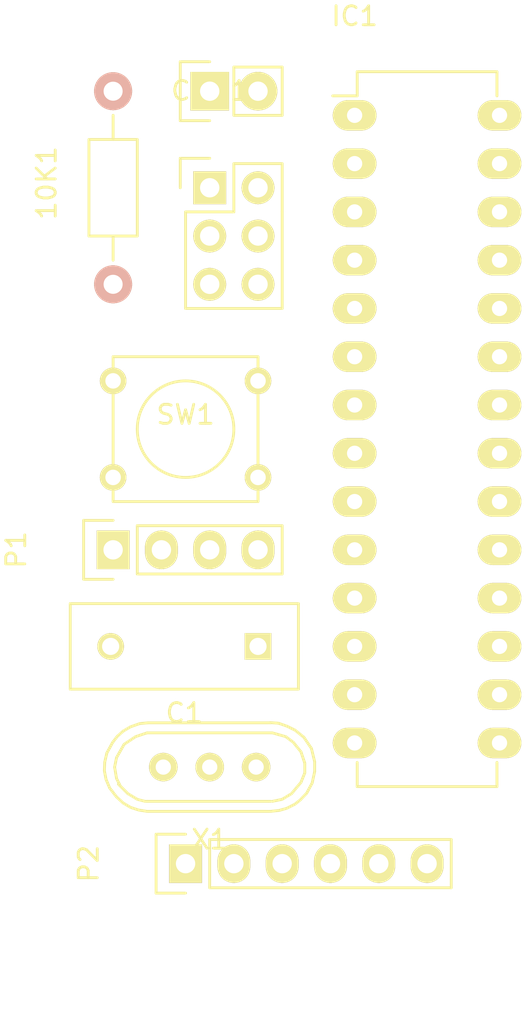
<source format=kicad_pcb>
(kicad_pcb (version 4) (host pcbnew 4.0.3-stable)

  (general
    (links 31)
    (no_connects 31)
    (area 148.59 93.98 177.8 148.59)
    (thickness 1.6)
    (drawings 0)
    (tracks 0)
    (zones 0)
    (modules 9)
    (nets 27)
  )

  (page A4)
  (layers
    (0 F.Cu signal)
    (31 B.Cu signal)
    (32 B.Adhes user)
    (33 F.Adhes user)
    (34 B.Paste user)
    (35 F.Paste user)
    (36 B.SilkS user)
    (37 F.SilkS user)
    (38 B.Mask user)
    (39 F.Mask user)
    (40 Dwgs.User user)
    (41 Cmts.User user)
    (42 Eco1.User user)
    (43 Eco2.User user)
    (44 Edge.Cuts user)
    (45 Margin user)
    (46 B.CrtYd user)
    (47 F.CrtYd user)
    (48 B.Fab user)
    (49 F.Fab user)
  )

  (setup
    (last_trace_width 0.25)
    (trace_clearance 0.2)
    (zone_clearance 0.508)
    (zone_45_only no)
    (trace_min 0.2)
    (segment_width 0.2)
    (edge_width 0.15)
    (via_size 0.6)
    (via_drill 0.4)
    (via_min_size 0.4)
    (via_min_drill 0.3)
    (uvia_size 0.3)
    (uvia_drill 0.1)
    (uvias_allowed no)
    (uvia_min_size 0.2)
    (uvia_min_drill 0.1)
    (pcb_text_width 0.3)
    (pcb_text_size 1.5 1.5)
    (mod_edge_width 0.15)
    (mod_text_size 1 1)
    (mod_text_width 0.15)
    (pad_size 1.524 1.524)
    (pad_drill 0.762)
    (pad_to_mask_clearance 0.2)
    (aux_axis_origin 0 0)
    (visible_elements FFFFFF7F)
    (pcbplotparams
      (layerselection 0x00030_80000001)
      (usegerberextensions false)
      (excludeedgelayer true)
      (linewidth 0.100000)
      (plotframeref false)
      (viasonmask false)
      (mode 1)
      (useauxorigin false)
      (hpglpennumber 1)
      (hpglpenspeed 20)
      (hpglpendiameter 15)
      (hpglpenoverlay 2)
      (psnegative false)
      (psa4output false)
      (plotreference true)
      (plotvalue true)
      (plotinvisibletext false)
      (padsonsilk false)
      (subtractmaskfromsilk false)
      (outputformat 1)
      (mirror false)
      (drillshape 1)
      (scaleselection 1)
      (outputdirectory ""))
  )

  (net 0 "")
  (net 1 +BATT)
  (net 2 "Net-(10K1-Pad2)")
  (net 3 GND)
  (net 4 "Net-(CON1-Pad1)")
  (net 5 "Net-(CON1-Pad3)")
  (net 6 "Net-(IC1-Pad2)")
  (net 7 "Net-(IC1-Pad3)")
  (net 8 "Net-(IC1-Pad4)")
  (net 9 "Net-(IC1-Pad5)")
  (net 10 "Net-(IC1-Pad6)")
  (net 11 "Net-(IC1-Pad9)")
  (net 12 "Net-(IC1-Pad10)")
  (net 13 "Net-(IC1-Pad11)")
  (net 14 "Net-(IC1-Pad12)")
  (net 15 "Net-(IC1-Pad13)")
  (net 16 "Net-(IC1-Pad14)")
  (net 17 "Net-(IC1-Pad15)")
  (net 18 "Net-(IC1-Pad16)")
  (net 19 "Net-(IC1-Pad17)")
  (net 20 "Net-(IC1-Pad23)")
  (net 21 "Net-(IC1-Pad24)")
  (net 22 "Net-(IC1-Pad25)")
  (net 23 "Net-(IC1-Pad26)")
  (net 24 "Net-(IC1-Pad27)")
  (net 25 "Net-(IC1-Pad28)")
  (net 26 "Net-(P1-Pad3)")

  (net_class Default "This is the default net class."
    (clearance 0.2)
    (trace_width 0.25)
    (via_dia 0.6)
    (via_drill 0.4)
    (uvia_dia 0.3)
    (uvia_drill 0.1)
    (add_net +BATT)
    (add_net GND)
    (add_net "Net-(10K1-Pad2)")
    (add_net "Net-(CON1-Pad1)")
    (add_net "Net-(CON1-Pad3)")
    (add_net "Net-(IC1-Pad10)")
    (add_net "Net-(IC1-Pad11)")
    (add_net "Net-(IC1-Pad12)")
    (add_net "Net-(IC1-Pad13)")
    (add_net "Net-(IC1-Pad14)")
    (add_net "Net-(IC1-Pad15)")
    (add_net "Net-(IC1-Pad16)")
    (add_net "Net-(IC1-Pad17)")
    (add_net "Net-(IC1-Pad2)")
    (add_net "Net-(IC1-Pad23)")
    (add_net "Net-(IC1-Pad24)")
    (add_net "Net-(IC1-Pad25)")
    (add_net "Net-(IC1-Pad26)")
    (add_net "Net-(IC1-Pad27)")
    (add_net "Net-(IC1-Pad28)")
    (add_net "Net-(IC1-Pad3)")
    (add_net "Net-(IC1-Pad4)")
    (add_net "Net-(IC1-Pad5)")
    (add_net "Net-(IC1-Pad6)")
    (add_net "Net-(IC1-Pad9)")
    (add_net "Net-(P1-Pad3)")
  )

  (module Resistors_ThroughHole:Resistor_Horizontal_RM10mm (layer F.Cu) (tedit 56648415) (tstamp 57BA8D91)
    (at 154.94 109.22 90)
    (descr "Resistor, Axial,  RM 10mm, 1/3W")
    (tags "Resistor Axial RM 10mm 1/3W")
    (path /57B92F02)
    (fp_text reference 10K1 (at 5.32892 -3.50012 90) (layer F.SilkS)
      (effects (font (size 1 1) (thickness 0.15)))
    )
    (fp_text value R (at 5.08 3.81 90) (layer F.Fab)
      (effects (font (size 1 1) (thickness 0.15)))
    )
    (fp_line (start -1.25 -1.5) (end 11.4 -1.5) (layer F.CrtYd) (width 0.05))
    (fp_line (start -1.25 1.5) (end -1.25 -1.5) (layer F.CrtYd) (width 0.05))
    (fp_line (start 11.4 -1.5) (end 11.4 1.5) (layer F.CrtYd) (width 0.05))
    (fp_line (start -1.25 1.5) (end 11.4 1.5) (layer F.CrtYd) (width 0.05))
    (fp_line (start 2.54 -1.27) (end 7.62 -1.27) (layer F.SilkS) (width 0.15))
    (fp_line (start 7.62 -1.27) (end 7.62 1.27) (layer F.SilkS) (width 0.15))
    (fp_line (start 7.62 1.27) (end 2.54 1.27) (layer F.SilkS) (width 0.15))
    (fp_line (start 2.54 1.27) (end 2.54 -1.27) (layer F.SilkS) (width 0.15))
    (fp_line (start 2.54 0) (end 1.27 0) (layer F.SilkS) (width 0.15))
    (fp_line (start 7.62 0) (end 8.89 0) (layer F.SilkS) (width 0.15))
    (pad 1 thru_hole circle (at 0 0 90) (size 1.99898 1.99898) (drill 1.00076) (layers *.Cu *.SilkS *.Mask)
      (net 1 +BATT))
    (pad 2 thru_hole circle (at 10.16 0 90) (size 1.99898 1.99898) (drill 1.00076) (layers *.Cu *.SilkS *.Mask)
      (net 2 "Net-(10K1-Pad2)"))
    (model Resistors_ThroughHole.3dshapes/Resistor_Horizontal_RM10mm.wrl
      (at (xyz 0.2 0 0))
      (scale (xyz 0.4 0.4 0.4))
      (rotate (xyz 0 0 0))
    )
  )

  (module Capacitors_ThroughHole:C_Disc_D12_P7.75 (layer F.Cu) (tedit 0) (tstamp 57BA8D9F)
    (at 162.56 128.27 180)
    (descr "Capacitor 12mm Disc, Pitch 7.75mm")
    (tags Capacitor)
    (path /57B92DC8)
    (fp_text reference C1 (at 3.875 -3.5 180) (layer F.SilkS)
      (effects (font (size 1 1) (thickness 0.15)))
    )
    (fp_text value 0.1u (at 3.875 3.5 180) (layer F.Fab)
      (effects (font (size 1 1) (thickness 0.15)))
    )
    (fp_line (start -2.375 -2.5) (end 10.125 -2.5) (layer F.CrtYd) (width 0.05))
    (fp_line (start 10.125 -2.5) (end 10.125 2.5) (layer F.CrtYd) (width 0.05))
    (fp_line (start 10.125 2.5) (end -2.375 2.5) (layer F.CrtYd) (width 0.05))
    (fp_line (start -2.375 2.5) (end -2.375 -2.5) (layer F.CrtYd) (width 0.05))
    (fp_line (start -2.125 -2.25) (end 9.875 -2.25) (layer F.SilkS) (width 0.15))
    (fp_line (start 9.875 -2.25) (end 9.875 2.25) (layer F.SilkS) (width 0.15))
    (fp_line (start 9.875 2.25) (end -2.125 2.25) (layer F.SilkS) (width 0.15))
    (fp_line (start -2.125 2.25) (end -2.125 -2.25) (layer F.SilkS) (width 0.15))
    (pad 1 thru_hole rect (at 0 0 180) (size 1.4 1.4) (drill 0.9) (layers *.Cu *.Mask F.SilkS)
      (net 1 +BATT))
    (pad 2 thru_hole circle (at 7.75 0 180) (size 1.4 1.4) (drill 0.9) (layers *.Cu *.Mask F.SilkS)
      (net 3 GND))
    (model Capacitors_ThroughHole.3dshapes/C_Disc_D12_P7.75.wrl
      (at (xyz 0.15255906 0 0))
      (scale (xyz 1 1 1))
      (rotate (xyz 0 0 0))
    )
  )

  (module Pin_Headers:Pin_Header_Straight_2x03 (layer F.Cu) (tedit 54EA0A4B) (tstamp 57BA8DB6)
    (at 160.02 104.14)
    (descr "Through hole pin header")
    (tags "pin header")
    (path /57BA7BDB)
    (fp_text reference CON1 (at 0 -5.1) (layer F.SilkS)
      (effects (font (size 1 1) (thickness 0.15)))
    )
    (fp_text value AVR-ISP-6 (at 0 -3.1) (layer F.Fab)
      (effects (font (size 1 1) (thickness 0.15)))
    )
    (fp_line (start -1.27 1.27) (end -1.27 6.35) (layer F.SilkS) (width 0.15))
    (fp_line (start -1.55 -1.55) (end 0 -1.55) (layer F.SilkS) (width 0.15))
    (fp_line (start -1.75 -1.75) (end -1.75 6.85) (layer F.CrtYd) (width 0.05))
    (fp_line (start 4.3 -1.75) (end 4.3 6.85) (layer F.CrtYd) (width 0.05))
    (fp_line (start -1.75 -1.75) (end 4.3 -1.75) (layer F.CrtYd) (width 0.05))
    (fp_line (start -1.75 6.85) (end 4.3 6.85) (layer F.CrtYd) (width 0.05))
    (fp_line (start 1.27 -1.27) (end 1.27 1.27) (layer F.SilkS) (width 0.15))
    (fp_line (start 1.27 1.27) (end -1.27 1.27) (layer F.SilkS) (width 0.15))
    (fp_line (start -1.27 6.35) (end 3.81 6.35) (layer F.SilkS) (width 0.15))
    (fp_line (start 3.81 6.35) (end 3.81 1.27) (layer F.SilkS) (width 0.15))
    (fp_line (start -1.55 -1.55) (end -1.55 0) (layer F.SilkS) (width 0.15))
    (fp_line (start 3.81 -1.27) (end 1.27 -1.27) (layer F.SilkS) (width 0.15))
    (fp_line (start 3.81 1.27) (end 3.81 -1.27) (layer F.SilkS) (width 0.15))
    (pad 1 thru_hole rect (at 0 0) (size 1.7272 1.7272) (drill 1.016) (layers *.Cu *.Mask F.SilkS)
      (net 4 "Net-(CON1-Pad1)"))
    (pad 2 thru_hole oval (at 2.54 0) (size 1.7272 1.7272) (drill 1.016) (layers *.Cu *.Mask F.SilkS)
      (net 1 +BATT))
    (pad 3 thru_hole oval (at 0 2.54) (size 1.7272 1.7272) (drill 1.016) (layers *.Cu *.Mask F.SilkS)
      (net 5 "Net-(CON1-Pad3)"))
    (pad 4 thru_hole oval (at 2.54 2.54) (size 1.7272 1.7272) (drill 1.016) (layers *.Cu *.Mask F.SilkS)
      (net 5 "Net-(CON1-Pad3)"))
    (pad 5 thru_hole oval (at 0 5.08) (size 1.7272 1.7272) (drill 1.016) (layers *.Cu *.Mask F.SilkS)
      (net 2 "Net-(10K1-Pad2)"))
    (pad 6 thru_hole oval (at 2.54 5.08) (size 1.7272 1.7272) (drill 1.016) (layers *.Cu *.Mask F.SilkS)
      (net 3 GND))
    (model Pin_Headers.3dshapes/Pin_Header_Straight_2x03.wrl
      (at (xyz 0.05 -0.1 0))
      (scale (xyz 1 1 1))
      (rotate (xyz 0 0 90))
    )
  )

  (module Housings_DIP:DIP-28_W7.62mm_LongPads (layer F.Cu) (tedit 54130A77) (tstamp 57BA8DE1)
    (at 167.64 100.33)
    (descr "28-lead dip package, row spacing 7.62 mm (300 mils), longer pads")
    (tags "dil dip 2.54 300")
    (path /57B924F8)
    (fp_text reference IC1 (at 0 -5.22) (layer F.SilkS)
      (effects (font (size 1 1) (thickness 0.15)))
    )
    (fp_text value ATMEGA328-P (at 0 -3.72) (layer F.Fab)
      (effects (font (size 1 1) (thickness 0.15)))
    )
    (fp_line (start -1.4 -2.45) (end -1.4 35.5) (layer F.CrtYd) (width 0.05))
    (fp_line (start 9 -2.45) (end 9 35.5) (layer F.CrtYd) (width 0.05))
    (fp_line (start -1.4 -2.45) (end 9 -2.45) (layer F.CrtYd) (width 0.05))
    (fp_line (start -1.4 35.5) (end 9 35.5) (layer F.CrtYd) (width 0.05))
    (fp_line (start 0.135 -2.295) (end 0.135 -1.025) (layer F.SilkS) (width 0.15))
    (fp_line (start 7.485 -2.295) (end 7.485 -1.025) (layer F.SilkS) (width 0.15))
    (fp_line (start 7.485 35.315) (end 7.485 34.045) (layer F.SilkS) (width 0.15))
    (fp_line (start 0.135 35.315) (end 0.135 34.045) (layer F.SilkS) (width 0.15))
    (fp_line (start 0.135 -2.295) (end 7.485 -2.295) (layer F.SilkS) (width 0.15))
    (fp_line (start 0.135 35.315) (end 7.485 35.315) (layer F.SilkS) (width 0.15))
    (fp_line (start 0.135 -1.025) (end -1.15 -1.025) (layer F.SilkS) (width 0.15))
    (pad 1 thru_hole oval (at 0 0) (size 2.3 1.6) (drill 0.8) (layers *.Cu *.Mask F.SilkS)
      (net 2 "Net-(10K1-Pad2)"))
    (pad 2 thru_hole oval (at 0 2.54) (size 2.3 1.6) (drill 0.8) (layers *.Cu *.Mask F.SilkS)
      (net 6 "Net-(IC1-Pad2)"))
    (pad 3 thru_hole oval (at 0 5.08) (size 2.3 1.6) (drill 0.8) (layers *.Cu *.Mask F.SilkS)
      (net 7 "Net-(IC1-Pad3)"))
    (pad 4 thru_hole oval (at 0 7.62) (size 2.3 1.6) (drill 0.8) (layers *.Cu *.Mask F.SilkS)
      (net 8 "Net-(IC1-Pad4)"))
    (pad 5 thru_hole oval (at 0 10.16) (size 2.3 1.6) (drill 0.8) (layers *.Cu *.Mask F.SilkS)
      (net 9 "Net-(IC1-Pad5)"))
    (pad 6 thru_hole oval (at 0 12.7) (size 2.3 1.6) (drill 0.8) (layers *.Cu *.Mask F.SilkS)
      (net 10 "Net-(IC1-Pad6)"))
    (pad 7 thru_hole oval (at 0 15.24) (size 2.3 1.6) (drill 0.8) (layers *.Cu *.Mask F.SilkS)
      (net 1 +BATT))
    (pad 8 thru_hole oval (at 0 17.78) (size 2.3 1.6) (drill 0.8) (layers *.Cu *.Mask F.SilkS)
      (net 3 GND))
    (pad 9 thru_hole oval (at 0 20.32) (size 2.3 1.6) (drill 0.8) (layers *.Cu *.Mask F.SilkS)
      (net 11 "Net-(IC1-Pad9)"))
    (pad 10 thru_hole oval (at 0 22.86) (size 2.3 1.6) (drill 0.8) (layers *.Cu *.Mask F.SilkS)
      (net 12 "Net-(IC1-Pad10)"))
    (pad 11 thru_hole oval (at 0 25.4) (size 2.3 1.6) (drill 0.8) (layers *.Cu *.Mask F.SilkS)
      (net 13 "Net-(IC1-Pad11)"))
    (pad 12 thru_hole oval (at 0 27.94) (size 2.3 1.6) (drill 0.8) (layers *.Cu *.Mask F.SilkS)
      (net 14 "Net-(IC1-Pad12)"))
    (pad 13 thru_hole oval (at 0 30.48) (size 2.3 1.6) (drill 0.8) (layers *.Cu *.Mask F.SilkS)
      (net 15 "Net-(IC1-Pad13)"))
    (pad 14 thru_hole oval (at 0 33.02) (size 2.3 1.6) (drill 0.8) (layers *.Cu *.Mask F.SilkS)
      (net 16 "Net-(IC1-Pad14)"))
    (pad 15 thru_hole oval (at 7.62 33.02) (size 2.3 1.6) (drill 0.8) (layers *.Cu *.Mask F.SilkS)
      (net 17 "Net-(IC1-Pad15)"))
    (pad 16 thru_hole oval (at 7.62 30.48) (size 2.3 1.6) (drill 0.8) (layers *.Cu *.Mask F.SilkS)
      (net 18 "Net-(IC1-Pad16)"))
    (pad 17 thru_hole oval (at 7.62 27.94) (size 2.3 1.6) (drill 0.8) (layers *.Cu *.Mask F.SilkS)
      (net 19 "Net-(IC1-Pad17)"))
    (pad 18 thru_hole oval (at 7.62 25.4) (size 2.3 1.6) (drill 0.8) (layers *.Cu *.Mask F.SilkS)
      (net 4 "Net-(CON1-Pad1)"))
    (pad 19 thru_hole oval (at 7.62 22.86) (size 2.3 1.6) (drill 0.8) (layers *.Cu *.Mask F.SilkS)
      (net 5 "Net-(CON1-Pad3)"))
    (pad 20 thru_hole oval (at 7.62 20.32) (size 2.3 1.6) (drill 0.8) (layers *.Cu *.Mask F.SilkS)
      (net 1 +BATT))
    (pad 21 thru_hole oval (at 7.62 17.78) (size 2.3 1.6) (drill 0.8) (layers *.Cu *.Mask F.SilkS)
      (net 1 +BATT))
    (pad 22 thru_hole oval (at 7.62 15.24) (size 2.3 1.6) (drill 0.8) (layers *.Cu *.Mask F.SilkS)
      (net 3 GND))
    (pad 23 thru_hole oval (at 7.62 12.7) (size 2.3 1.6) (drill 0.8) (layers *.Cu *.Mask F.SilkS)
      (net 20 "Net-(IC1-Pad23)"))
    (pad 24 thru_hole oval (at 7.62 10.16) (size 2.3 1.6) (drill 0.8) (layers *.Cu *.Mask F.SilkS)
      (net 21 "Net-(IC1-Pad24)"))
    (pad 25 thru_hole oval (at 7.62 7.62) (size 2.3 1.6) (drill 0.8) (layers *.Cu *.Mask F.SilkS)
      (net 22 "Net-(IC1-Pad25)"))
    (pad 26 thru_hole oval (at 7.62 5.08) (size 2.3 1.6) (drill 0.8) (layers *.Cu *.Mask F.SilkS)
      (net 23 "Net-(IC1-Pad26)"))
    (pad 27 thru_hole oval (at 7.62 2.54) (size 2.3 1.6) (drill 0.8) (layers *.Cu *.Mask F.SilkS)
      (net 24 "Net-(IC1-Pad27)"))
    (pad 28 thru_hole oval (at 7.62 0) (size 2.3 1.6) (drill 0.8) (layers *.Cu *.Mask F.SilkS)
      (net 25 "Net-(IC1-Pad28)"))
    (model Housings_DIP.3dshapes/DIP-28_W7.62mm_LongPads.wrl
      (at (xyz 0 0 0))
      (scale (xyz 1 1 1))
      (rotate (xyz 0 0 0))
    )
  )

  (module Pin_Headers:Pin_Header_Straight_1x04 (layer F.Cu) (tedit 0) (tstamp 57BA8DF4)
    (at 154.94 123.19 90)
    (descr "Through hole pin header")
    (tags "pin header")
    (path /57B92C0F)
    (fp_text reference P1 (at 0 -5.1 90) (layer F.SilkS)
      (effects (font (size 1 1) (thickness 0.15)))
    )
    (fp_text value GPS_NMEA (at 0 -3.1 90) (layer F.Fab)
      (effects (font (size 1 1) (thickness 0.15)))
    )
    (fp_line (start -1.75 -1.75) (end -1.75 9.4) (layer F.CrtYd) (width 0.05))
    (fp_line (start 1.75 -1.75) (end 1.75 9.4) (layer F.CrtYd) (width 0.05))
    (fp_line (start -1.75 -1.75) (end 1.75 -1.75) (layer F.CrtYd) (width 0.05))
    (fp_line (start -1.75 9.4) (end 1.75 9.4) (layer F.CrtYd) (width 0.05))
    (fp_line (start -1.27 1.27) (end -1.27 8.89) (layer F.SilkS) (width 0.15))
    (fp_line (start 1.27 1.27) (end 1.27 8.89) (layer F.SilkS) (width 0.15))
    (fp_line (start 1.55 -1.55) (end 1.55 0) (layer F.SilkS) (width 0.15))
    (fp_line (start -1.27 8.89) (end 1.27 8.89) (layer F.SilkS) (width 0.15))
    (fp_line (start 1.27 1.27) (end -1.27 1.27) (layer F.SilkS) (width 0.15))
    (fp_line (start -1.55 0) (end -1.55 -1.55) (layer F.SilkS) (width 0.15))
    (fp_line (start -1.55 -1.55) (end 1.55 -1.55) (layer F.SilkS) (width 0.15))
    (pad 1 thru_hole rect (at 0 0 90) (size 2.032 1.7272) (drill 1.016) (layers *.Cu *.Mask F.SilkS)
      (net 1 +BATT))
    (pad 2 thru_hole oval (at 0 2.54 90) (size 2.032 1.7272) (drill 1.016) (layers *.Cu *.Mask F.SilkS)
      (net 17 "Net-(IC1-Pad15)"))
    (pad 3 thru_hole oval (at 0 5.08 90) (size 2.032 1.7272) (drill 1.016) (layers *.Cu *.Mask F.SilkS)
      (net 26 "Net-(P1-Pad3)"))
    (pad 4 thru_hole oval (at 0 7.62 90) (size 2.032 1.7272) (drill 1.016) (layers *.Cu *.Mask F.SilkS)
      (net 3 GND))
    (model Pin_Headers.3dshapes/Pin_Header_Straight_1x04.wrl
      (at (xyz 0 -0.15 0))
      (scale (xyz 1 1 1))
      (rotate (xyz 0 0 90))
    )
  )

  (module Pin_Headers:Pin_Header_Straight_1x06 (layer F.Cu) (tedit 0) (tstamp 57BA8E09)
    (at 158.75 139.7 90)
    (descr "Through hole pin header")
    (tags "pin header")
    (path /57B9272D)
    (fp_text reference P2 (at 0 -5.1 90) (layer F.SilkS)
      (effects (font (size 1 1) (thickness 0.15)))
    )
    (fp_text value "MicroSD Card Adapter" (at 0 -3.1 90) (layer F.Fab)
      (effects (font (size 1 1) (thickness 0.15)))
    )
    (fp_line (start -1.75 -1.75) (end -1.75 14.45) (layer F.CrtYd) (width 0.05))
    (fp_line (start 1.75 -1.75) (end 1.75 14.45) (layer F.CrtYd) (width 0.05))
    (fp_line (start -1.75 -1.75) (end 1.75 -1.75) (layer F.CrtYd) (width 0.05))
    (fp_line (start -1.75 14.45) (end 1.75 14.45) (layer F.CrtYd) (width 0.05))
    (fp_line (start 1.27 1.27) (end 1.27 13.97) (layer F.SilkS) (width 0.15))
    (fp_line (start 1.27 13.97) (end -1.27 13.97) (layer F.SilkS) (width 0.15))
    (fp_line (start -1.27 13.97) (end -1.27 1.27) (layer F.SilkS) (width 0.15))
    (fp_line (start 1.55 -1.55) (end 1.55 0) (layer F.SilkS) (width 0.15))
    (fp_line (start 1.27 1.27) (end -1.27 1.27) (layer F.SilkS) (width 0.15))
    (fp_line (start -1.55 0) (end -1.55 -1.55) (layer F.SilkS) (width 0.15))
    (fp_line (start -1.55 -1.55) (end 1.55 -1.55) (layer F.SilkS) (width 0.15))
    (pad 1 thru_hole rect (at 0 0 90) (size 2.032 1.7272) (drill 1.016) (layers *.Cu *.Mask F.SilkS)
      (net 18 "Net-(IC1-Pad16)"))
    (pad 2 thru_hole oval (at 0 2.54 90) (size 2.032 1.7272) (drill 1.016) (layers *.Cu *.Mask F.SilkS)
      (net 5 "Net-(CON1-Pad3)"))
    (pad 3 thru_hole oval (at 0 5.08 90) (size 2.032 1.7272) (drill 1.016) (layers *.Cu *.Mask F.SilkS)
      (net 19 "Net-(IC1-Pad17)"))
    (pad 4 thru_hole oval (at 0 7.62 90) (size 2.032 1.7272) (drill 1.016) (layers *.Cu *.Mask F.SilkS)
      (net 4 "Net-(CON1-Pad1)"))
    (pad 5 thru_hole oval (at 0 10.16 90) (size 2.032 1.7272) (drill 1.016) (layers *.Cu *.Mask F.SilkS)
      (net 1 +BATT))
    (pad 6 thru_hole oval (at 0 12.7 90) (size 2.032 1.7272) (drill 1.016) (layers *.Cu *.Mask F.SilkS)
      (net 3 GND))
    (model Pin_Headers.3dshapes/Pin_Header_Straight_1x06.wrl
      (at (xyz 0 -0.25 0))
      (scale (xyz 1 1 1))
      (rotate (xyz 0 0 90))
    )
  )

  (module Pin_Headers:Pin_Header_Straight_1x02 (layer F.Cu) (tedit 54EA090C) (tstamp 57BA8E1A)
    (at 160.02 99.06 90)
    (descr "Through hole pin header")
    (tags "pin header")
    (path /57B93DBB)
    (fp_text reference P4 (at 0 -5.1 90) (layer F.SilkS)
      (effects (font (size 1 1) (thickness 0.15)))
    )
    (fp_text value BATTERY (at 0 -3.1 90) (layer F.Fab)
      (effects (font (size 1 1) (thickness 0.15)))
    )
    (fp_line (start 1.27 1.27) (end 1.27 3.81) (layer F.SilkS) (width 0.15))
    (fp_line (start 1.55 -1.55) (end 1.55 0) (layer F.SilkS) (width 0.15))
    (fp_line (start -1.75 -1.75) (end -1.75 4.3) (layer F.CrtYd) (width 0.05))
    (fp_line (start 1.75 -1.75) (end 1.75 4.3) (layer F.CrtYd) (width 0.05))
    (fp_line (start -1.75 -1.75) (end 1.75 -1.75) (layer F.CrtYd) (width 0.05))
    (fp_line (start -1.75 4.3) (end 1.75 4.3) (layer F.CrtYd) (width 0.05))
    (fp_line (start 1.27 1.27) (end -1.27 1.27) (layer F.SilkS) (width 0.15))
    (fp_line (start -1.55 0) (end -1.55 -1.55) (layer F.SilkS) (width 0.15))
    (fp_line (start -1.55 -1.55) (end 1.55 -1.55) (layer F.SilkS) (width 0.15))
    (fp_line (start -1.27 1.27) (end -1.27 3.81) (layer F.SilkS) (width 0.15))
    (fp_line (start -1.27 3.81) (end 1.27 3.81) (layer F.SilkS) (width 0.15))
    (pad 1 thru_hole rect (at 0 0 90) (size 2.032 2.032) (drill 1.016) (layers *.Cu *.Mask F.SilkS)
      (net 1 +BATT))
    (pad 2 thru_hole oval (at 0 2.54 90) (size 2.032 2.032) (drill 1.016) (layers *.Cu *.Mask F.SilkS)
      (net 3 GND))
    (model Pin_Headers.3dshapes/Pin_Header_Straight_1x02.wrl
      (at (xyz 0 -0.05 0))
      (scale (xyz 1 1 1))
      (rotate (xyz 0 0 90))
    )
  )

  (module Buttons_Switches_ThroughHole:SW_PUSH_SMALL (layer F.Cu) (tedit 0) (tstamp 57BA8E27)
    (at 158.75 116.84)
    (path /57B93118)
    (fp_text reference SW1 (at 0 -0.762) (layer F.SilkS)
      (effects (font (size 1 1) (thickness 0.15)))
    )
    (fp_text value RESET (at 0 1.016) (layer F.Fab)
      (effects (font (size 1 1) (thickness 0.15)))
    )
    (fp_circle (center 0 0) (end 0 -2.54) (layer F.SilkS) (width 0.15))
    (fp_line (start -3.81 -3.81) (end 3.81 -3.81) (layer F.SilkS) (width 0.15))
    (fp_line (start 3.81 -3.81) (end 3.81 3.81) (layer F.SilkS) (width 0.15))
    (fp_line (start 3.81 3.81) (end -3.81 3.81) (layer F.SilkS) (width 0.15))
    (fp_line (start -3.81 -3.81) (end -3.81 3.81) (layer F.SilkS) (width 0.15))
    (pad 1 thru_hole circle (at 3.81 -2.54) (size 1.397 1.397) (drill 0.8128) (layers *.Cu *.Mask F.SilkS)
      (net 2 "Net-(10K1-Pad2)"))
    (pad 2 thru_hole circle (at 3.81 2.54) (size 1.397 1.397) (drill 0.8128) (layers *.Cu *.Mask F.SilkS)
      (net 3 GND))
    (pad 1 thru_hole circle (at -3.81 -2.54) (size 1.397 1.397) (drill 0.8128) (layers *.Cu *.Mask F.SilkS)
      (net 2 "Net-(10K1-Pad2)"))
    (pad 2 thru_hole circle (at -3.81 2.54) (size 1.397 1.397) (drill 0.8128) (layers *.Cu *.Mask F.SilkS)
      (net 3 GND))
  )

  (module Crystals:Crystal_HC49-U_Vertical_3Pin (layer F.Cu) (tedit 0) (tstamp 57BA8E61)
    (at 160.02 134.62 180)
    (descr "Crystal Quarz HC49/U vertical stehend 3 Pin")
    (tags "Crystal Quarz HC49/U vertical stehend 3 Pin")
    (path /57BA6F91)
    (fp_text reference X1 (at 0 -3.81 180) (layer F.SilkS)
      (effects (font (size 1 1) (thickness 0.15)))
    )
    (fp_text value "16Mhz XTAL" (at 0 3.81 180) (layer F.Fab)
      (effects (font (size 1 1) (thickness 0.15)))
    )
    (fp_line (start 4.699 -1.00076) (end 4.89966 -0.59944) (layer F.SilkS) (width 0.15))
    (fp_line (start 4.89966 -0.59944) (end 5.00126 0) (layer F.SilkS) (width 0.15))
    (fp_line (start 5.00126 0) (end 4.89966 0.50038) (layer F.SilkS) (width 0.15))
    (fp_line (start 4.89966 0.50038) (end 4.50088 1.19888) (layer F.SilkS) (width 0.15))
    (fp_line (start 4.50088 1.19888) (end 3.8989 1.6002) (layer F.SilkS) (width 0.15))
    (fp_line (start 3.8989 1.6002) (end 3.29946 1.80086) (layer F.SilkS) (width 0.15))
    (fp_line (start 3.29946 1.80086) (end -3.29946 1.80086) (layer F.SilkS) (width 0.15))
    (fp_line (start -3.29946 1.80086) (end -4.0005 1.6002) (layer F.SilkS) (width 0.15))
    (fp_line (start -4.0005 1.6002) (end -4.39928 1.30048) (layer F.SilkS) (width 0.15))
    (fp_line (start -4.39928 1.30048) (end -4.8006 0.8001) (layer F.SilkS) (width 0.15))
    (fp_line (start -4.8006 0.8001) (end -5.00126 0.20066) (layer F.SilkS) (width 0.15))
    (fp_line (start -5.00126 0.20066) (end -5.00126 -0.29972) (layer F.SilkS) (width 0.15))
    (fp_line (start -5.00126 -0.29972) (end -4.8006 -0.8001) (layer F.SilkS) (width 0.15))
    (fp_line (start -4.8006 -0.8001) (end -4.30022 -1.39954) (layer F.SilkS) (width 0.15))
    (fp_line (start -4.30022 -1.39954) (end -3.79984 -1.69926) (layer F.SilkS) (width 0.15))
    (fp_line (start -3.79984 -1.69926) (end -3.29946 -1.80086) (layer F.SilkS) (width 0.15))
    (fp_line (start -3.2004 -1.80086) (end 3.40106 -1.80086) (layer F.SilkS) (width 0.15))
    (fp_line (start 3.40106 -1.80086) (end 3.79984 -1.69926) (layer F.SilkS) (width 0.15))
    (fp_line (start 3.79984 -1.69926) (end 4.30022 -1.39954) (layer F.SilkS) (width 0.15))
    (fp_line (start 4.30022 -1.39954) (end 4.8006 -0.89916) (layer F.SilkS) (width 0.15))
    (fp_line (start -3.19024 -2.32918) (end -3.64998 -2.28092) (layer F.SilkS) (width 0.15))
    (fp_line (start -3.64998 -2.28092) (end -4.04876 -2.16916) (layer F.SilkS) (width 0.15))
    (fp_line (start -4.04876 -2.16916) (end -4.48056 -1.95072) (layer F.SilkS) (width 0.15))
    (fp_line (start -4.48056 -1.95072) (end -4.77012 -1.71958) (layer F.SilkS) (width 0.15))
    (fp_line (start -4.77012 -1.71958) (end -5.10032 -1.36906) (layer F.SilkS) (width 0.15))
    (fp_line (start -5.10032 -1.36906) (end -5.38988 -0.83058) (layer F.SilkS) (width 0.15))
    (fp_line (start -5.38988 -0.83058) (end -5.51942 -0.23114) (layer F.SilkS) (width 0.15))
    (fp_line (start -5.51942 -0.23114) (end -5.51942 0.2794) (layer F.SilkS) (width 0.15))
    (fp_line (start -5.51942 0.2794) (end -5.34924 0.98044) (layer F.SilkS) (width 0.15))
    (fp_line (start -5.34924 0.98044) (end -4.95046 1.56972) (layer F.SilkS) (width 0.15))
    (fp_line (start -4.95046 1.56972) (end -4.49072 1.94056) (layer F.SilkS) (width 0.15))
    (fp_line (start -4.49072 1.94056) (end -4.06908 2.14884) (layer F.SilkS) (width 0.15))
    (fp_line (start -4.06908 2.14884) (end -3.6195 2.30886) (layer F.SilkS) (width 0.15))
    (fp_line (start -3.6195 2.30886) (end -3.18008 2.33934) (layer F.SilkS) (width 0.15))
    (fp_line (start 4.16052 2.1209) (end 4.53898 1.89992) (layer F.SilkS) (width 0.15))
    (fp_line (start 4.53898 1.89992) (end 4.85902 1.62052) (layer F.SilkS) (width 0.15))
    (fp_line (start 4.85902 1.62052) (end 5.11048 1.29032) (layer F.SilkS) (width 0.15))
    (fp_line (start 5.11048 1.29032) (end 5.4102 0.73914) (layer F.SilkS) (width 0.15))
    (fp_line (start 5.4102 0.73914) (end 5.51942 0.26924) (layer F.SilkS) (width 0.15))
    (fp_line (start 5.51942 0.26924) (end 5.53974 -0.1905) (layer F.SilkS) (width 0.15))
    (fp_line (start 5.53974 -0.1905) (end 5.45084 -0.65024) (layer F.SilkS) (width 0.15))
    (fp_line (start 5.45084 -0.65024) (end 5.26034 -1.09982) (layer F.SilkS) (width 0.15))
    (fp_line (start 5.26034 -1.09982) (end 4.89966 -1.56972) (layer F.SilkS) (width 0.15))
    (fp_line (start 4.89966 -1.56972) (end 4.54914 -1.88976) (layer F.SilkS) (width 0.15))
    (fp_line (start 4.54914 -1.88976) (end 4.16052 -2.1209) (layer F.SilkS) (width 0.15))
    (fp_line (start 4.16052 -2.1209) (end 3.73126 -2.2606) (layer F.SilkS) (width 0.15))
    (fp_line (start 3.73126 -2.2606) (end 3.2893 -2.32918) (layer F.SilkS) (width 0.15))
    (fp_line (start -3.2004 2.32918) (end 3.2512 2.32918) (layer F.SilkS) (width 0.15))
    (fp_line (start 3.2512 2.32918) (end 3.6703 2.29108) (layer F.SilkS) (width 0.15))
    (fp_line (start 3.6703 2.29108) (end 4.16052 2.1209) (layer F.SilkS) (width 0.15))
    (fp_line (start -3.2004 -2.32918) (end 3.2512 -2.32918) (layer F.SilkS) (width 0.15))
    (pad 1 thru_hole circle (at -2.44094 0 180) (size 1.50114 1.50114) (drill 0.8001) (layers *.Cu *.Mask F.SilkS)
      (net 12 "Net-(IC1-Pad10)"))
    (pad 2 thru_hole circle (at 2.44094 0 180) (size 1.50114 1.50114) (drill 0.8001) (layers *.Cu *.Mask F.SilkS)
      (net 11 "Net-(IC1-Pad9)"))
    (pad 3 thru_hole circle (at 0 0 180) (size 1.50114 1.50114) (drill 0.8001) (layers *.Cu *.Mask F.SilkS)
      (net 3 GND))
  )

)

</source>
